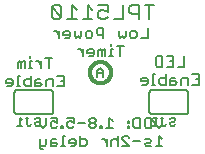
<source format=gbr>
G04 EAGLE Gerber RS-274X export*
G75*
%MOMM*%
%FSLAX34Y34*%
%LPD*%
%INSilkscreen Bottom*%
%IPPOS*%
%AMOC8*
5,1,8,0,0,1.08239X$1,22.5*%
G01*
%ADD10C,0.152400*%
%ADD11C,0.203200*%
%ADD12C,0.304800*%


D10*
X29238Y126492D02*
X29238Y135135D01*
X26357Y135135D02*
X32120Y135135D01*
X22764Y132254D02*
X22764Y126492D01*
X22764Y129373D02*
X19883Y132254D01*
X18443Y132254D01*
X14968Y132254D02*
X13528Y132254D01*
X13528Y126492D01*
X14968Y126492D02*
X12087Y126492D01*
X13528Y135135D02*
X13528Y136576D01*
X8732Y132254D02*
X8732Y126492D01*
X8732Y132254D02*
X7291Y132254D01*
X5851Y130814D01*
X5851Y126492D01*
X5851Y130814D02*
X4410Y132254D01*
X2969Y130814D01*
X2969Y126492D01*
X36492Y119895D02*
X42254Y119895D01*
X42254Y111252D01*
X36492Y111252D01*
X39373Y115574D02*
X42254Y115574D01*
X32899Y117014D02*
X32899Y111252D01*
X32899Y117014D02*
X28578Y117014D01*
X27137Y115574D01*
X27137Y111252D01*
X22103Y117014D02*
X19222Y117014D01*
X17782Y115574D01*
X17782Y111252D01*
X22103Y111252D01*
X23544Y112693D01*
X22103Y114133D01*
X17782Y114133D01*
X14189Y111252D02*
X14189Y119895D01*
X14189Y111252D02*
X9867Y111252D01*
X8427Y112693D01*
X8427Y115574D01*
X9867Y117014D01*
X14189Y117014D01*
X4834Y119895D02*
X3393Y119895D01*
X3393Y111252D01*
X1953Y111252D02*
X4834Y111252D01*
X-2844Y111252D02*
X-5725Y111252D01*
X-2844Y111252D02*
X-1403Y112693D01*
X-1403Y115574D01*
X-2844Y117014D01*
X-5725Y117014D01*
X-7165Y115574D01*
X-7165Y114133D01*
X-1403Y114133D01*
X144081Y127762D02*
X144081Y136405D01*
X144081Y127762D02*
X138319Y127762D01*
X134726Y136405D02*
X128963Y136405D01*
X134726Y136405D02*
X134726Y127762D01*
X128963Y127762D01*
X131844Y132084D02*
X134726Y132084D01*
X125370Y136405D02*
X125370Y127762D01*
X121049Y127762D01*
X119608Y129203D01*
X119608Y134965D01*
X121049Y136405D01*
X125370Y136405D01*
X150792Y121165D02*
X156554Y121165D01*
X156554Y112522D01*
X150792Y112522D01*
X153673Y116844D02*
X156554Y116844D01*
X147199Y118284D02*
X147199Y112522D01*
X147199Y118284D02*
X142878Y118284D01*
X141437Y116844D01*
X141437Y112522D01*
X136403Y118284D02*
X133522Y118284D01*
X132082Y116844D01*
X132082Y112522D01*
X136403Y112522D01*
X137844Y113963D01*
X136403Y115403D01*
X132082Y115403D01*
X128489Y112522D02*
X128489Y121165D01*
X128489Y112522D02*
X124167Y112522D01*
X122727Y113963D01*
X122727Y116844D01*
X124167Y118284D01*
X128489Y118284D01*
X119134Y121165D02*
X117693Y121165D01*
X117693Y112522D01*
X116253Y112522D02*
X119134Y112522D01*
X111456Y112522D02*
X108575Y112522D01*
X111456Y112522D02*
X112897Y113963D01*
X112897Y116844D01*
X111456Y118284D01*
X108575Y118284D01*
X107135Y116844D01*
X107135Y115403D01*
X112897Y115403D01*
X112947Y151892D02*
X112947Y160535D01*
X112947Y151892D02*
X107185Y151892D01*
X102151Y151892D02*
X99270Y151892D01*
X97829Y153333D01*
X97829Y156214D01*
X99270Y157654D01*
X102151Y157654D01*
X103592Y156214D01*
X103592Y153333D01*
X102151Y151892D01*
X94236Y153333D02*
X94236Y157654D01*
X94236Y153333D02*
X92796Y151892D01*
X91355Y153333D01*
X89915Y151892D01*
X88474Y153333D01*
X88474Y157654D01*
X75526Y160535D02*
X75526Y151892D01*
X75526Y160535D02*
X71204Y160535D01*
X69764Y159095D01*
X69764Y156214D01*
X71204Y154773D01*
X75526Y154773D01*
X64730Y151892D02*
X61849Y151892D01*
X60409Y153333D01*
X60409Y156214D01*
X61849Y157654D01*
X64730Y157654D01*
X66171Y156214D01*
X66171Y153333D01*
X64730Y151892D01*
X56816Y153333D02*
X56816Y157654D01*
X56816Y153333D02*
X55375Y151892D01*
X53935Y153333D01*
X52494Y151892D01*
X51053Y153333D01*
X51053Y157654D01*
X46020Y151892D02*
X43139Y151892D01*
X46020Y151892D02*
X47460Y153333D01*
X47460Y156214D01*
X46020Y157654D01*
X43139Y157654D01*
X41698Y156214D01*
X41698Y154773D01*
X47460Y154773D01*
X38105Y151892D02*
X38105Y157654D01*
X38105Y154773D02*
X35224Y157654D01*
X33784Y157654D01*
X89796Y145295D02*
X89796Y136652D01*
X92677Y145295D02*
X86915Y145295D01*
X83322Y142414D02*
X81881Y142414D01*
X81881Y136652D01*
X80441Y136652D02*
X83322Y136652D01*
X81881Y145295D02*
X81881Y146736D01*
X77085Y142414D02*
X77085Y136652D01*
X77085Y142414D02*
X75645Y142414D01*
X74204Y140974D01*
X74204Y136652D01*
X74204Y140974D02*
X72764Y142414D01*
X71323Y140974D01*
X71323Y136652D01*
X66289Y136652D02*
X63408Y136652D01*
X66289Y136652D02*
X67730Y138093D01*
X67730Y140974D01*
X66289Y142414D01*
X63408Y142414D01*
X61968Y140974D01*
X61968Y139533D01*
X67730Y139533D01*
X58375Y136652D02*
X58375Y142414D01*
X58375Y139533D02*
X55494Y142414D01*
X54053Y142414D01*
D11*
X114417Y167894D02*
X114417Y180096D01*
X118484Y180096D02*
X110350Y180096D01*
X105387Y180096D02*
X105387Y167894D01*
X105387Y180096D02*
X99286Y180096D01*
X97252Y178063D01*
X97252Y173995D01*
X99286Y171961D01*
X105387Y171961D01*
X92290Y167894D02*
X92290Y180096D01*
X92290Y167894D02*
X84155Y167894D01*
X79193Y180096D02*
X71058Y180096D01*
X79193Y180096D02*
X79193Y173995D01*
X75125Y176029D01*
X73092Y176029D01*
X71058Y173995D01*
X71058Y169928D01*
X73092Y167894D01*
X77159Y167894D01*
X79193Y169928D01*
X66095Y176029D02*
X62028Y180096D01*
X62028Y167894D01*
X66095Y167894D02*
X57961Y167894D01*
X52998Y176029D02*
X48931Y180096D01*
X48931Y167894D01*
X52998Y167894D02*
X44863Y167894D01*
X39901Y169928D02*
X39901Y178063D01*
X37867Y180096D01*
X33800Y180096D01*
X31766Y178063D01*
X31766Y169928D01*
X33800Y167894D01*
X37867Y167894D01*
X39901Y169928D01*
X31766Y178063D01*
D10*
X125420Y84335D02*
X125420Y78573D01*
X122539Y75692D01*
X119658Y78573D01*
X119658Y84335D01*
X116065Y84335D02*
X116065Y75692D01*
X111744Y75692D01*
X110303Y77133D01*
X110303Y82895D01*
X111744Y84335D01*
X116065Y84335D01*
X106710Y84335D02*
X106710Y75692D01*
X102388Y75692D01*
X100948Y77133D01*
X100948Y82895D01*
X102388Y84335D01*
X106710Y84335D01*
X97355Y81454D02*
X95914Y81454D01*
X95914Y80014D01*
X97355Y80014D01*
X97355Y81454D01*
X97355Y77133D02*
X95914Y77133D01*
X95914Y75692D01*
X97355Y75692D01*
X97355Y77133D01*
X83322Y81454D02*
X80441Y84335D01*
X80441Y75692D01*
X83322Y75692D02*
X77560Y75692D01*
X73967Y75692D02*
X73967Y77133D01*
X72526Y77133D01*
X72526Y75692D01*
X73967Y75692D01*
X69289Y82895D02*
X67849Y84335D01*
X64968Y84335D01*
X63527Y82895D01*
X63527Y81454D01*
X64968Y80014D01*
X63527Y78573D01*
X63527Y77133D01*
X64968Y75692D01*
X67849Y75692D01*
X69289Y77133D01*
X69289Y78573D01*
X67849Y80014D01*
X69289Y81454D01*
X69289Y82895D01*
X67849Y80014D02*
X64968Y80014D01*
X59934Y80014D02*
X54172Y80014D01*
X50579Y84335D02*
X44817Y84335D01*
X50579Y84335D02*
X50579Y80014D01*
X47698Y81454D01*
X46257Y81454D01*
X44817Y80014D01*
X44817Y77133D01*
X46257Y75692D01*
X49138Y75692D01*
X50579Y77133D01*
X41224Y77133D02*
X41224Y75692D01*
X41224Y77133D02*
X39783Y77133D01*
X39783Y75692D01*
X41224Y75692D01*
X36546Y84335D02*
X30784Y84335D01*
X36546Y84335D02*
X36546Y80014D01*
X33665Y81454D01*
X32224Y81454D01*
X30784Y80014D01*
X30784Y77133D01*
X32224Y75692D01*
X35106Y75692D01*
X36546Y77133D01*
X27191Y78573D02*
X27191Y84335D01*
X27191Y78573D02*
X24310Y75692D01*
X21429Y78573D01*
X21429Y84335D01*
X122539Y69095D02*
X125420Y66214D01*
X122539Y69095D02*
X122539Y60452D01*
X125420Y60452D02*
X119658Y60452D01*
X116065Y60452D02*
X111744Y60452D01*
X110303Y61893D01*
X111744Y63333D01*
X114625Y63333D01*
X116065Y64774D01*
X114625Y66214D01*
X110303Y66214D01*
X106710Y64774D02*
X100948Y64774D01*
X97355Y60452D02*
X91593Y60452D01*
X97355Y60452D02*
X91593Y66214D01*
X91593Y67655D01*
X93033Y69095D01*
X95914Y69095D01*
X97355Y67655D01*
X88000Y69095D02*
X88000Y60452D01*
X88000Y64774D02*
X86559Y66214D01*
X83678Y66214D01*
X82237Y64774D01*
X82237Y60452D01*
X78644Y60452D02*
X78644Y66214D01*
X78644Y63333D02*
X75763Y66214D01*
X74323Y66214D01*
X55731Y69095D02*
X55731Y60452D01*
X60053Y60452D01*
X61493Y61893D01*
X61493Y64774D01*
X60053Y66214D01*
X55731Y66214D01*
X50698Y60452D02*
X47816Y60452D01*
X50698Y60452D02*
X52138Y61893D01*
X52138Y64774D01*
X50698Y66214D01*
X47816Y66214D01*
X46376Y64774D01*
X46376Y63333D01*
X52138Y63333D01*
X42783Y69095D02*
X41342Y69095D01*
X41342Y60452D01*
X39902Y60452D02*
X42783Y60452D01*
X35106Y66214D02*
X32224Y66214D01*
X30784Y64774D01*
X30784Y60452D01*
X35106Y60452D01*
X36546Y61893D01*
X35106Y63333D01*
X30784Y63333D01*
X27191Y61893D02*
X27191Y66214D01*
X27191Y61893D02*
X25750Y60452D01*
X21429Y60452D01*
X21429Y59011D02*
X21429Y66214D01*
X21429Y59011D02*
X22869Y57571D01*
X24310Y57571D01*
D11*
X30480Y107950D02*
X2540Y107950D01*
X30480Y87630D02*
X30580Y87632D01*
X30679Y87638D01*
X30779Y87648D01*
X30877Y87661D01*
X30976Y87679D01*
X31073Y87700D01*
X31169Y87725D01*
X31265Y87754D01*
X31359Y87787D01*
X31452Y87823D01*
X31543Y87863D01*
X31633Y87907D01*
X31721Y87954D01*
X31807Y88004D01*
X31891Y88058D01*
X31973Y88115D01*
X32052Y88175D01*
X32130Y88239D01*
X32204Y88305D01*
X32276Y88374D01*
X32345Y88446D01*
X32411Y88520D01*
X32475Y88598D01*
X32535Y88677D01*
X32592Y88759D01*
X32646Y88843D01*
X32696Y88929D01*
X32743Y89017D01*
X32787Y89107D01*
X32827Y89198D01*
X32863Y89291D01*
X32896Y89385D01*
X32925Y89481D01*
X32950Y89577D01*
X32971Y89674D01*
X32989Y89773D01*
X33002Y89871D01*
X33012Y89971D01*
X33018Y90070D01*
X33020Y90170D01*
X2540Y87630D02*
X2440Y87632D01*
X2341Y87638D01*
X2241Y87648D01*
X2143Y87661D01*
X2044Y87679D01*
X1947Y87700D01*
X1851Y87725D01*
X1755Y87754D01*
X1661Y87787D01*
X1568Y87823D01*
X1477Y87863D01*
X1387Y87907D01*
X1299Y87954D01*
X1213Y88004D01*
X1129Y88058D01*
X1047Y88115D01*
X968Y88175D01*
X890Y88239D01*
X816Y88305D01*
X744Y88374D01*
X675Y88446D01*
X609Y88520D01*
X545Y88598D01*
X485Y88677D01*
X428Y88759D01*
X374Y88843D01*
X324Y88929D01*
X277Y89017D01*
X233Y89107D01*
X193Y89198D01*
X157Y89291D01*
X124Y89385D01*
X95Y89481D01*
X70Y89577D01*
X49Y89674D01*
X31Y89773D01*
X18Y89871D01*
X8Y89971D01*
X2Y90070D01*
X0Y90170D01*
X0Y105410D02*
X2Y105510D01*
X8Y105609D01*
X18Y105709D01*
X31Y105807D01*
X49Y105906D01*
X70Y106003D01*
X95Y106099D01*
X124Y106195D01*
X157Y106289D01*
X193Y106382D01*
X233Y106473D01*
X277Y106563D01*
X324Y106651D01*
X374Y106737D01*
X428Y106821D01*
X485Y106903D01*
X545Y106982D01*
X609Y107060D01*
X675Y107134D01*
X744Y107206D01*
X816Y107275D01*
X890Y107341D01*
X968Y107405D01*
X1047Y107465D01*
X1129Y107522D01*
X1213Y107576D01*
X1299Y107626D01*
X1387Y107673D01*
X1477Y107717D01*
X1568Y107757D01*
X1661Y107793D01*
X1755Y107826D01*
X1851Y107855D01*
X1947Y107880D01*
X2044Y107901D01*
X2143Y107919D01*
X2241Y107932D01*
X2341Y107942D01*
X2440Y107948D01*
X2540Y107950D01*
X30480Y107950D02*
X30580Y107948D01*
X30679Y107942D01*
X30779Y107932D01*
X30877Y107919D01*
X30976Y107901D01*
X31073Y107880D01*
X31169Y107855D01*
X31265Y107826D01*
X31359Y107793D01*
X31452Y107757D01*
X31543Y107717D01*
X31633Y107673D01*
X31721Y107626D01*
X31807Y107576D01*
X31891Y107522D01*
X31973Y107465D01*
X32052Y107405D01*
X32130Y107341D01*
X32204Y107275D01*
X32276Y107206D01*
X32345Y107134D01*
X32411Y107060D01*
X32475Y106982D01*
X32535Y106903D01*
X32592Y106821D01*
X32646Y106737D01*
X32696Y106651D01*
X32743Y106563D01*
X32787Y106473D01*
X32827Y106382D01*
X32863Y106289D01*
X32896Y106195D01*
X32925Y106099D01*
X32950Y106003D01*
X32971Y105906D01*
X32989Y105807D01*
X33002Y105709D01*
X33012Y105609D01*
X33018Y105510D01*
X33020Y105410D01*
X33020Y90170D01*
X0Y90170D02*
X0Y105410D01*
X2540Y87630D02*
X30480Y87630D01*
D10*
X18386Y84334D02*
X17284Y83232D01*
X18386Y84334D02*
X20589Y84334D01*
X21690Y83232D01*
X21690Y82130D01*
X20589Y81029D01*
X18386Y81029D01*
X17284Y79927D01*
X17284Y78826D01*
X18386Y77724D01*
X20589Y77724D01*
X21690Y78826D01*
X14206Y78826D02*
X13105Y77724D01*
X12003Y77724D01*
X10902Y78826D01*
X10902Y84334D01*
X12003Y84334D02*
X9800Y84334D01*
X6722Y82130D02*
X4519Y84334D01*
X4519Y77724D01*
X6722Y77724D02*
X2316Y77724D01*
D11*
X116840Y107950D02*
X144780Y107950D01*
X147320Y90170D02*
X147318Y90070D01*
X147312Y89971D01*
X147302Y89871D01*
X147289Y89773D01*
X147271Y89674D01*
X147250Y89577D01*
X147225Y89481D01*
X147196Y89385D01*
X147163Y89291D01*
X147127Y89198D01*
X147087Y89107D01*
X147043Y89017D01*
X146996Y88929D01*
X146946Y88843D01*
X146892Y88759D01*
X146835Y88677D01*
X146775Y88598D01*
X146711Y88520D01*
X146645Y88446D01*
X146576Y88374D01*
X146504Y88305D01*
X146430Y88239D01*
X146352Y88175D01*
X146273Y88115D01*
X146191Y88058D01*
X146107Y88004D01*
X146021Y87954D01*
X145933Y87907D01*
X145843Y87863D01*
X145752Y87823D01*
X145659Y87787D01*
X145565Y87754D01*
X145469Y87725D01*
X145373Y87700D01*
X145276Y87679D01*
X145177Y87661D01*
X145079Y87648D01*
X144979Y87638D01*
X144880Y87632D01*
X144780Y87630D01*
X116840Y87630D02*
X116740Y87632D01*
X116641Y87638D01*
X116541Y87648D01*
X116443Y87661D01*
X116344Y87679D01*
X116247Y87700D01*
X116151Y87725D01*
X116055Y87754D01*
X115961Y87787D01*
X115868Y87823D01*
X115777Y87863D01*
X115687Y87907D01*
X115599Y87954D01*
X115513Y88004D01*
X115429Y88058D01*
X115347Y88115D01*
X115268Y88175D01*
X115190Y88239D01*
X115116Y88305D01*
X115044Y88374D01*
X114975Y88446D01*
X114909Y88520D01*
X114845Y88598D01*
X114785Y88677D01*
X114728Y88759D01*
X114674Y88843D01*
X114624Y88929D01*
X114577Y89017D01*
X114533Y89107D01*
X114493Y89198D01*
X114457Y89291D01*
X114424Y89385D01*
X114395Y89481D01*
X114370Y89577D01*
X114349Y89674D01*
X114331Y89773D01*
X114318Y89871D01*
X114308Y89971D01*
X114302Y90070D01*
X114300Y90170D01*
X114300Y105410D02*
X114302Y105510D01*
X114308Y105609D01*
X114318Y105709D01*
X114331Y105807D01*
X114349Y105906D01*
X114370Y106003D01*
X114395Y106099D01*
X114424Y106195D01*
X114457Y106289D01*
X114493Y106382D01*
X114533Y106473D01*
X114577Y106563D01*
X114624Y106651D01*
X114674Y106737D01*
X114728Y106821D01*
X114785Y106903D01*
X114845Y106982D01*
X114909Y107060D01*
X114975Y107134D01*
X115044Y107206D01*
X115116Y107275D01*
X115190Y107341D01*
X115268Y107405D01*
X115347Y107465D01*
X115429Y107522D01*
X115513Y107576D01*
X115599Y107626D01*
X115687Y107673D01*
X115777Y107717D01*
X115868Y107757D01*
X115961Y107793D01*
X116055Y107826D01*
X116151Y107855D01*
X116247Y107880D01*
X116344Y107901D01*
X116443Y107919D01*
X116541Y107932D01*
X116641Y107942D01*
X116740Y107948D01*
X116840Y107950D01*
X144780Y107950D02*
X144880Y107948D01*
X144979Y107942D01*
X145079Y107932D01*
X145177Y107919D01*
X145276Y107901D01*
X145373Y107880D01*
X145469Y107855D01*
X145565Y107826D01*
X145659Y107793D01*
X145752Y107757D01*
X145843Y107717D01*
X145933Y107673D01*
X146021Y107626D01*
X146107Y107576D01*
X146191Y107522D01*
X146273Y107465D01*
X146352Y107405D01*
X146430Y107341D01*
X146504Y107275D01*
X146576Y107206D01*
X146645Y107134D01*
X146711Y107060D01*
X146775Y106982D01*
X146835Y106903D01*
X146892Y106821D01*
X146946Y106737D01*
X146996Y106651D01*
X147043Y106563D01*
X147087Y106473D01*
X147127Y106382D01*
X147163Y106289D01*
X147196Y106195D01*
X147225Y106099D01*
X147250Y106003D01*
X147271Y105906D01*
X147289Y105807D01*
X147302Y105709D01*
X147312Y105609D01*
X147318Y105510D01*
X147320Y105410D01*
X147320Y90170D01*
X114300Y90170D02*
X114300Y105410D01*
X116840Y87630D02*
X144780Y87630D01*
D10*
X132686Y84334D02*
X131584Y83232D01*
X132686Y84334D02*
X134889Y84334D01*
X135990Y83232D01*
X135990Y82130D01*
X134889Y81029D01*
X132686Y81029D01*
X131584Y79927D01*
X131584Y78826D01*
X132686Y77724D01*
X134889Y77724D01*
X135990Y78826D01*
X128506Y78826D02*
X127405Y77724D01*
X126303Y77724D01*
X125202Y78826D01*
X125202Y84334D01*
X126303Y84334D02*
X124100Y84334D01*
X121022Y77724D02*
X116616Y77724D01*
X121022Y77724D02*
X116616Y82130D01*
X116616Y83232D01*
X117717Y84334D01*
X119921Y84334D01*
X121022Y83232D01*
D12*
X64045Y122555D02*
X64048Y122775D01*
X64056Y122996D01*
X64069Y123216D01*
X64088Y123435D01*
X64113Y123654D01*
X64142Y123873D01*
X64177Y124090D01*
X64218Y124307D01*
X64263Y124523D01*
X64314Y124737D01*
X64370Y124950D01*
X64432Y125162D01*
X64498Y125372D01*
X64570Y125580D01*
X64647Y125787D01*
X64729Y125991D01*
X64815Y126194D01*
X64907Y126394D01*
X65004Y126593D01*
X65105Y126788D01*
X65212Y126981D01*
X65323Y127172D01*
X65438Y127359D01*
X65558Y127544D01*
X65683Y127726D01*
X65812Y127904D01*
X65946Y128080D01*
X66083Y128252D01*
X66225Y128420D01*
X66371Y128586D01*
X66521Y128747D01*
X66675Y128905D01*
X66833Y129059D01*
X66994Y129209D01*
X67160Y129355D01*
X67328Y129497D01*
X67500Y129634D01*
X67676Y129768D01*
X67854Y129897D01*
X68036Y130022D01*
X68221Y130142D01*
X68408Y130257D01*
X68599Y130368D01*
X68792Y130475D01*
X68987Y130576D01*
X69186Y130673D01*
X69386Y130765D01*
X69589Y130851D01*
X69793Y130933D01*
X70000Y131010D01*
X70208Y131082D01*
X70418Y131148D01*
X70630Y131210D01*
X70843Y131266D01*
X71057Y131317D01*
X71273Y131362D01*
X71490Y131403D01*
X71707Y131438D01*
X71926Y131467D01*
X72145Y131492D01*
X72364Y131511D01*
X72584Y131524D01*
X72805Y131532D01*
X73025Y131535D01*
X73245Y131532D01*
X73466Y131524D01*
X73686Y131511D01*
X73905Y131492D01*
X74124Y131467D01*
X74343Y131438D01*
X74560Y131403D01*
X74777Y131362D01*
X74993Y131317D01*
X75207Y131266D01*
X75420Y131210D01*
X75632Y131148D01*
X75842Y131082D01*
X76050Y131010D01*
X76257Y130933D01*
X76461Y130851D01*
X76664Y130765D01*
X76864Y130673D01*
X77063Y130576D01*
X77258Y130475D01*
X77451Y130368D01*
X77642Y130257D01*
X77829Y130142D01*
X78014Y130022D01*
X78196Y129897D01*
X78374Y129768D01*
X78550Y129634D01*
X78722Y129497D01*
X78890Y129355D01*
X79056Y129209D01*
X79217Y129059D01*
X79375Y128905D01*
X79529Y128747D01*
X79679Y128586D01*
X79825Y128420D01*
X79967Y128252D01*
X80104Y128080D01*
X80238Y127904D01*
X80367Y127726D01*
X80492Y127544D01*
X80612Y127359D01*
X80727Y127172D01*
X80838Y126981D01*
X80945Y126788D01*
X81046Y126593D01*
X81143Y126394D01*
X81235Y126194D01*
X81321Y125991D01*
X81403Y125787D01*
X81480Y125580D01*
X81552Y125372D01*
X81618Y125162D01*
X81680Y124950D01*
X81736Y124737D01*
X81787Y124523D01*
X81832Y124307D01*
X81873Y124090D01*
X81908Y123873D01*
X81937Y123654D01*
X81962Y123435D01*
X81981Y123216D01*
X81994Y122996D01*
X82002Y122775D01*
X82005Y122555D01*
X82002Y122335D01*
X81994Y122114D01*
X81981Y121894D01*
X81962Y121675D01*
X81937Y121456D01*
X81908Y121237D01*
X81873Y121020D01*
X81832Y120803D01*
X81787Y120587D01*
X81736Y120373D01*
X81680Y120160D01*
X81618Y119948D01*
X81552Y119738D01*
X81480Y119530D01*
X81403Y119323D01*
X81321Y119119D01*
X81235Y118916D01*
X81143Y118716D01*
X81046Y118517D01*
X80945Y118322D01*
X80838Y118129D01*
X80727Y117938D01*
X80612Y117751D01*
X80492Y117566D01*
X80367Y117384D01*
X80238Y117206D01*
X80104Y117030D01*
X79967Y116858D01*
X79825Y116690D01*
X79679Y116524D01*
X79529Y116363D01*
X79375Y116205D01*
X79217Y116051D01*
X79056Y115901D01*
X78890Y115755D01*
X78722Y115613D01*
X78550Y115476D01*
X78374Y115342D01*
X78196Y115213D01*
X78014Y115088D01*
X77829Y114968D01*
X77642Y114853D01*
X77451Y114742D01*
X77258Y114635D01*
X77063Y114534D01*
X76864Y114437D01*
X76664Y114345D01*
X76461Y114259D01*
X76257Y114177D01*
X76050Y114100D01*
X75842Y114028D01*
X75632Y113962D01*
X75420Y113900D01*
X75207Y113844D01*
X74993Y113793D01*
X74777Y113748D01*
X74560Y113707D01*
X74343Y113672D01*
X74124Y113643D01*
X73905Y113618D01*
X73686Y113599D01*
X73466Y113586D01*
X73245Y113578D01*
X73025Y113575D01*
X72805Y113578D01*
X72584Y113586D01*
X72364Y113599D01*
X72145Y113618D01*
X71926Y113643D01*
X71707Y113672D01*
X71490Y113707D01*
X71273Y113748D01*
X71057Y113793D01*
X70843Y113844D01*
X70630Y113900D01*
X70418Y113962D01*
X70208Y114028D01*
X70000Y114100D01*
X69793Y114177D01*
X69589Y114259D01*
X69386Y114345D01*
X69186Y114437D01*
X68987Y114534D01*
X68792Y114635D01*
X68599Y114742D01*
X68408Y114853D01*
X68221Y114968D01*
X68036Y115088D01*
X67854Y115213D01*
X67676Y115342D01*
X67500Y115476D01*
X67328Y115613D01*
X67160Y115755D01*
X66994Y115901D01*
X66833Y116051D01*
X66675Y116205D01*
X66521Y116363D01*
X66371Y116524D01*
X66225Y116690D01*
X66083Y116858D01*
X65946Y117030D01*
X65812Y117206D01*
X65683Y117384D01*
X65558Y117566D01*
X65438Y117751D01*
X65323Y117938D01*
X65212Y118129D01*
X65105Y118322D01*
X65004Y118517D01*
X64907Y118716D01*
X64815Y118916D01*
X64729Y119119D01*
X64647Y119323D01*
X64570Y119530D01*
X64498Y119738D01*
X64432Y119948D01*
X64370Y120160D01*
X64314Y120373D01*
X64263Y120587D01*
X64218Y120803D01*
X64177Y121020D01*
X64142Y121237D01*
X64113Y121456D01*
X64088Y121675D01*
X64069Y121894D01*
X64056Y122114D01*
X64048Y122335D01*
X64045Y122555D01*
D11*
X75565Y123914D02*
X75565Y118491D01*
X75565Y123914D02*
X72853Y126626D01*
X70142Y123914D01*
X70142Y118491D01*
X70142Y122558D02*
X75565Y122558D01*
M02*

</source>
